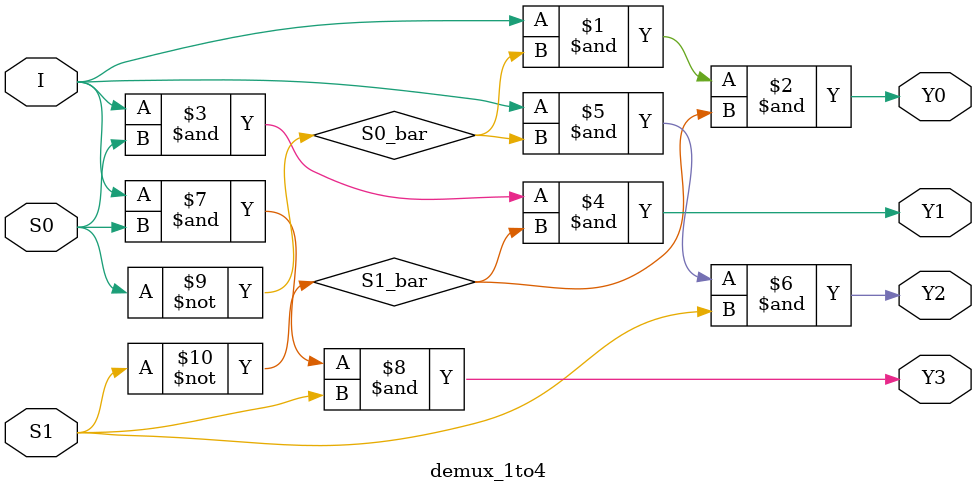
<source format=v>
module demux_1to4 (
    input I,
    input S0, S1,
    output Y0, Y1, Y2, Y3 );
    wire S0_bar, S1_bar;

not (S0_bar, S0);
not (S1_bar, S1);

and (Y0, I, S0_bar, S1_bar); // Y0 = I & ~S1 & ~S0
and (Y1, I, S0,     S1_bar); // Y1 = I & ~S1 &  S0
and (Y2, I, S0_bar, S1);     // Y2 = I &  S1 & ~S0
and (Y3, I, S0,     S1);     // Y3 = I &  S1 &  S0
endmodule











</source>
